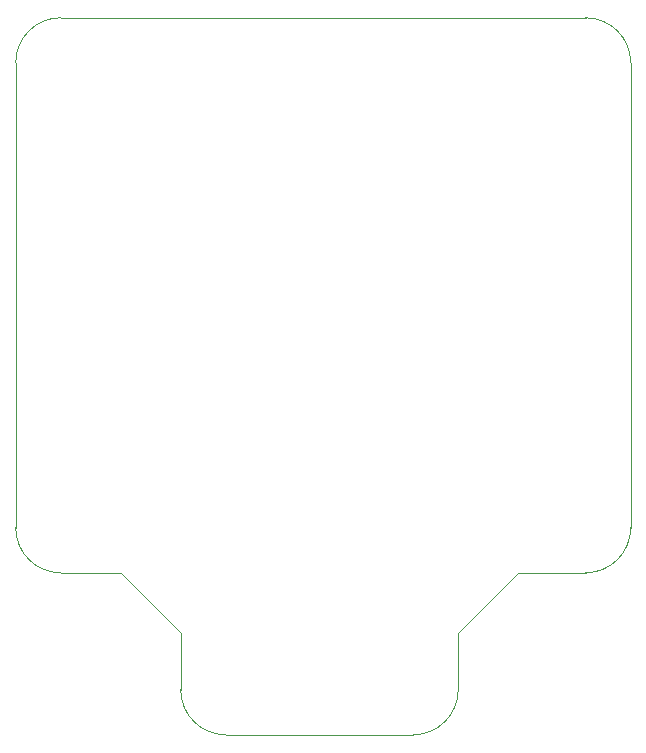
<source format=gbr>
%TF.GenerationSoftware,KiCad,Pcbnew,(5.1.6)-1*%
%TF.CreationDate,2020-10-27T15:42:11-05:00*%
%TF.ProjectId,MuffPi3PDT,4d756666-5069-4335-9044-542e6b696361,rev?*%
%TF.SameCoordinates,Original*%
%TF.FileFunction,Profile,NP*%
%FSLAX46Y46*%
G04 Gerber Fmt 4.6, Leading zero omitted, Abs format (unit mm)*
G04 Created by KiCad (PCBNEW (5.1.6)-1) date 2020-10-27 15:42:11*
%MOMM*%
%LPD*%
G01*
G04 APERTURE LIST*
%TA.AperFunction,Profile*%
%ADD10C,0.050000*%
%TD*%
G04 APERTURE END LIST*
D10*
X111760000Y-110490000D02*
X106680000Y-110490000D01*
X116840000Y-115570000D02*
X111760000Y-110490000D01*
X145415000Y-110490000D02*
X151130000Y-110490000D01*
X140335000Y-115570000D02*
X145415000Y-110490000D01*
X116840000Y-120396000D02*
X116840000Y-115570000D01*
X140335000Y-120396000D02*
X140335000Y-115570000D01*
X120650000Y-124206000D02*
X136525000Y-124206000D01*
X120650000Y-124206000D02*
G75*
G02*
X116840000Y-120396000I0J3810000D01*
G01*
X140335000Y-120396000D02*
G75*
G02*
X136525000Y-124206000I-3810000J0D01*
G01*
X102870000Y-67310000D02*
X102870000Y-106680000D01*
X106680000Y-63500000D02*
X151130000Y-63500000D01*
X154940000Y-67310000D02*
X154940000Y-106680000D01*
X106680000Y-110490000D02*
G75*
G02*
X102870000Y-106680000I0J3810000D01*
G01*
X154940000Y-106680000D02*
G75*
G02*
X151130000Y-110490000I-3810000J0D01*
G01*
X151130000Y-63500000D02*
G75*
G02*
X154940000Y-67310000I0J-3810000D01*
G01*
X102870000Y-67310000D02*
G75*
G02*
X106680000Y-63500000I3810000J0D01*
G01*
M02*

</source>
